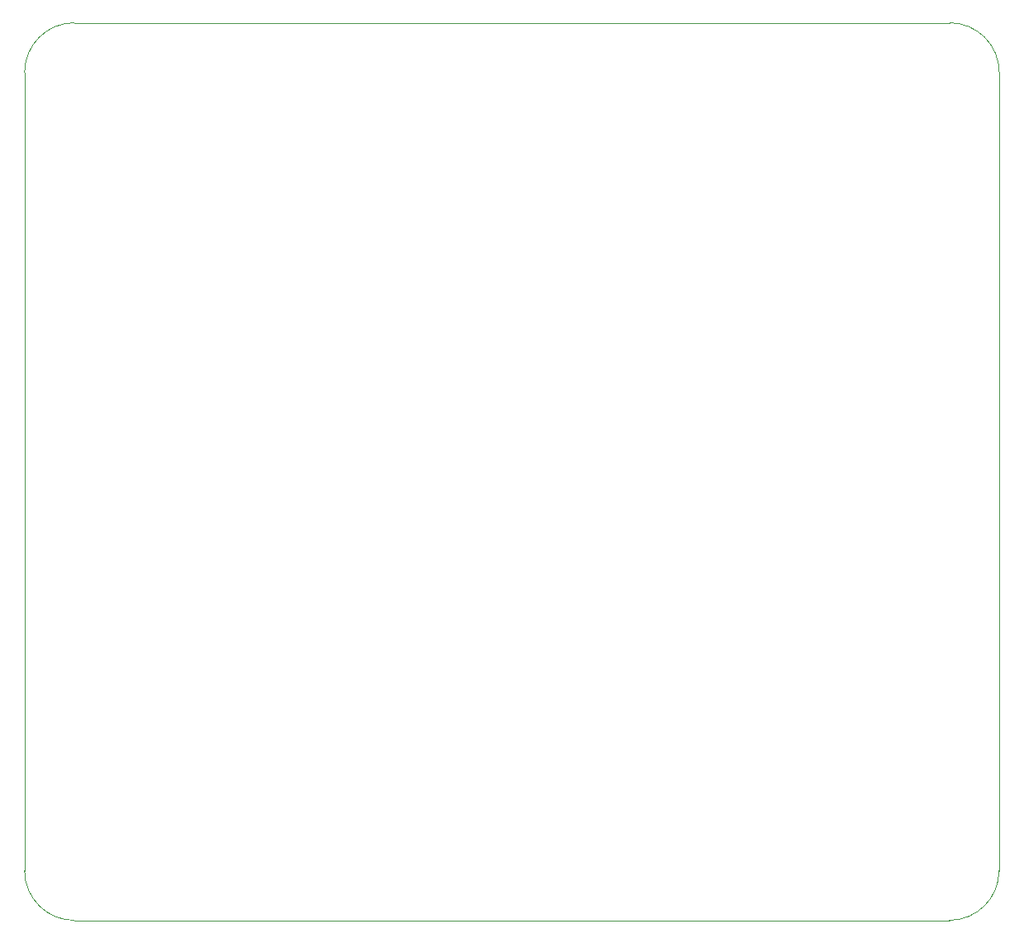
<source format=gbr>
%TF.GenerationSoftware,KiCad,Pcbnew,7.0.10*%
%TF.CreationDate,2024-05-12T01:16:20-03:00*%
%TF.ProjectId,board,626f6172-642e-46b6-9963-61645f706362,1.0*%
%TF.SameCoordinates,Original*%
%TF.FileFunction,Profile,NP*%
%FSLAX46Y46*%
G04 Gerber Fmt 4.6, Leading zero omitted, Abs format (unit mm)*
G04 Created by KiCad (PCBNEW 7.0.10) date 2024-05-12 01:16:20*
%MOMM*%
%LPD*%
G01*
G04 APERTURE LIST*
%TA.AperFunction,Profile*%
%ADD10C,0.050000*%
%TD*%
G04 APERTURE END LIST*
D10*
X93726000Y-43992800D02*
X93726000Y-125780800D01*
X193548000Y-125780800D02*
X193568400Y-43992800D01*
X93726000Y-125780800D02*
G75*
G03*
X98806000Y-130860800I5080000J0D01*
G01*
X98806000Y-38912800D02*
G75*
G03*
X93726000Y-43992800I0J-5080000D01*
G01*
X188468000Y-130860800D02*
G75*
G03*
X193548000Y-125780800I0J5080000D01*
G01*
X98806000Y-130860800D02*
X188468000Y-130860800D01*
X193568400Y-43992800D02*
G75*
G03*
X188488400Y-38912800I-5080000J0D01*
G01*
X98806000Y-38912800D02*
X188488400Y-38912800D01*
M02*

</source>
